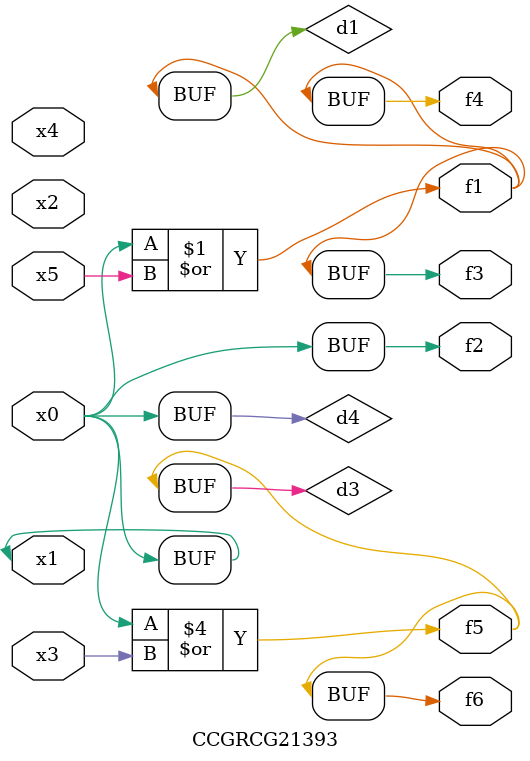
<source format=v>
module CCGRCG21393(
	input x0, x1, x2, x3, x4, x5,
	output f1, f2, f3, f4, f5, f6
);

	wire d1, d2, d3, d4;

	or (d1, x0, x5);
	xnor (d2, x1, x4);
	or (d3, x0, x3);
	buf (d4, x0, x1);
	assign f1 = d1;
	assign f2 = d4;
	assign f3 = d1;
	assign f4 = d1;
	assign f5 = d3;
	assign f6 = d3;
endmodule

</source>
